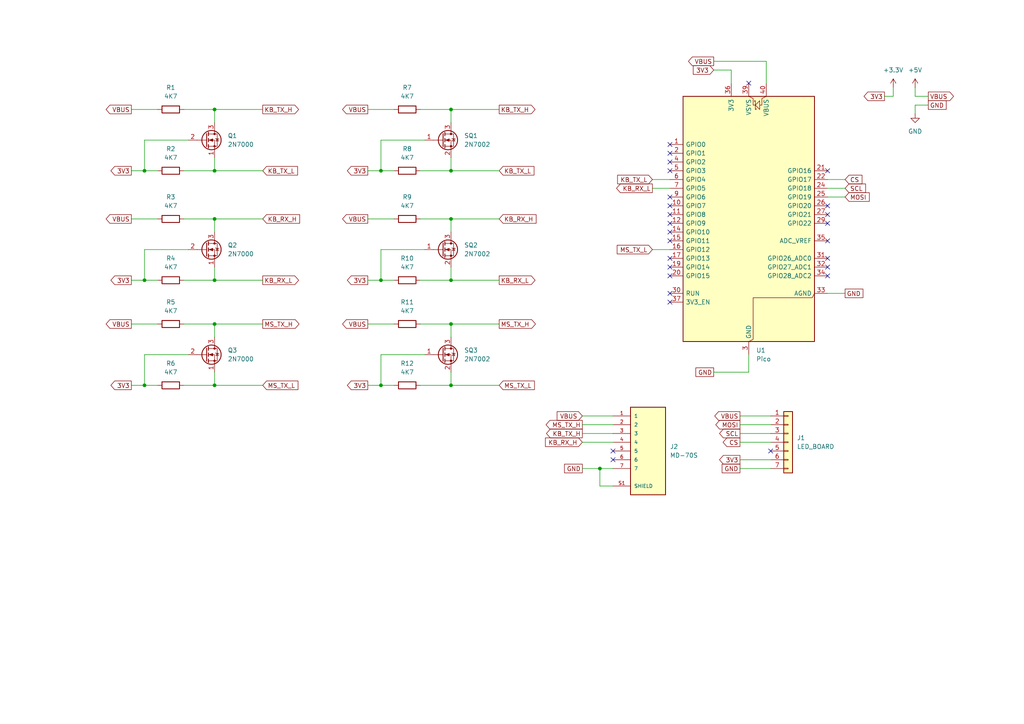
<source format=kicad_sch>
(kicad_sch (version 20250114) (generator "eeschema") (generator_version "9.0")
  (paper "A4")
  (lib_symbols
    (symbol "Library:+3.3V" (power) (pin_numbers (hide yes)) (pin_names (offset 0) (hide yes))
      (property "Value" "+3.3V" (at 0 3.556 0))
      (symbol "+3.3V_0_1"
        (polyline (pts (xy -0.762 1.27) (xy 0 2.54)))
        (polyline (pts (xy 0 2.54) (xy 0.762 1.27)))
        (polyline (pts (xy 0 0) (xy 0 2.54)))
      )
      (symbol "+3.3V_1_1"
        (pin power_in line (at 0 0 90) (length 0) (name "~") (number "1"))
      )
    )
    (symbol "Library:+5V" (power) (pin_numbers (hide yes)) (pin_names (offset 0) (hide yes))
      (property "Value" "+5V" (at 0 3.556 0))
      (symbol "+5V_0_1"
        (polyline (pts (xy -0.762 1.27) (xy 0 2.54)))
        (polyline (pts (xy 0 2.54) (xy 0.762 1.27)))
        (polyline (pts (xy 0 0) (xy 0 2.54)))
      )
      (symbol "+5V_1_1"
        (pin power_in line (at 0 0 90) (length 0) (name "~") (number "1"))
      )
    )
    (symbol "Library:2N7000" (pin_names (hide yes))
      (property "Reference" "Q" (at 5.08 1.905 0))
      (property "Value" "2N7000" (at 5.08 0 0))
      (symbol "2N7000_0_1"
        (polyline (pts (xy 0.254 1.905) (xy 0.254 -1.905)) (stroke (width 0.254)))
        (polyline (pts (xy 0.254 0) (xy -2.54 0)))
        (polyline (pts (xy 0.762 2.286) (xy 0.762 1.27)) (stroke (width 0.254)))
        (polyline (pts (xy 0.762 0.508) (xy 0.762 -0.508)) (stroke (width 0.254)))
        (polyline (pts (xy 0.762 -1.27) (xy 0.762 -2.286)) (stroke (width 0.254)))
        (polyline (pts (xy 0.762 -1.778) (xy 3.302 -1.778) (xy 3.302 1.778) (xy 0.762 1.778)))
        (polyline (pts (xy 1.016 0) (xy 2.032 0.381) (xy 2.032 -0.381) (xy 1.016 0)) (fill (type outline)))
        (circle (center 1.651 0) (radius 2.794) (stroke (width 0.254)))
        (polyline (pts (xy 2.54 2.54) (xy 2.54 1.778)))
        (circle (center 2.54 1.778) (radius 0.254) (fill (type outline)))
        (circle (center 2.54 -1.778) (radius 0.254) (fill (type outline)))
        (polyline (pts (xy 2.54 -2.54) (xy 2.54 0) (xy 0.762 0)))
        (polyline (pts (xy 2.794 0.508) (xy 2.921 0.381) (xy 3.683 0.381) (xy 3.81 0.254)))
        (polyline (pts (xy 3.302 0.381) (xy 2.921 -0.254) (xy 3.683 -0.254) (xy 3.302 0.381)))
      )
      (symbol "2N7000_1_1"
        (pin input line (at -5.08 0 0) (length 2.54) (name "G") (number "2"))
        (pin passive line (at 2.54 5.08 270) (length 2.54) (name "D") (number "3"))
        (pin passive line (at 2.54 -5.08 90) (length 2.54) (name "S") (number "1"))
      )
    )
    (symbol "Library:2N7002" (pin_names (hide yes))
      (property "Reference" "Q" (at 5.08 1.905 0))
      (property "Value" "2N7002" (at 5.08 0 0))
      (symbol "2N7002_0_1"
        (polyline (pts (xy 0.254 1.905) (xy 0.254 -1.905)) (stroke (width 0.254)))
        (polyline (pts (xy 0.254 0) (xy -2.54 0)))
        (polyline (pts (xy 0.762 2.286) (xy 0.762 1.27)) (stroke (width 0.254)))
        (polyline (pts (xy 0.762 0.508) (xy 0.762 -0.508)) (stroke (width 0.254)))
        (polyline (pts (xy 0.762 -1.27) (xy 0.762 -2.286)) (stroke (width 0.254)))
        (polyline (pts (xy 0.762 -1.778) (xy 3.302 -1.778) (xy 3.302 1.778) (xy 0.762 1.778)))
        (polyline (pts (xy 1.016 0) (xy 2.032 0.381) (xy 2.032 -0.381) (xy 1.016 0)) (fill (type outline)))
        (circle (center 1.651 0) (radius 2.794) (stroke (width 0.254)))
        (polyline (pts (xy 2.54 2.54) (xy 2.54 1.778)))
        (circle (center 2.54 1.778) (radius 0.254) (fill (type outline)))
        (circle (center 2.54 -1.778) (radius 0.254) (fill (type outline)))
        (polyline (pts (xy 2.54 -2.54) (xy 2.54 0) (xy 0.762 0)))
        (polyline (pts (xy 2.794 0.508) (xy 2.921 0.381) (xy 3.683 0.381) (xy 3.81 0.254)))
        (polyline (pts (xy 3.302 0.381) (xy 2.921 -0.254) (xy 3.683 -0.254) (xy 3.302 0.381)))
      )
      (symbol "2N7002_1_1"
        (pin input line (at -5.08 0 0) (length 2.54) (name "G") (number "1"))
        (pin passive line (at 2.54 5.08 270) (length 2.54) (name "D") (number "3"))
        (pin passive line (at 2.54 -5.08 90) (length 2.54) (name "S") (number "2"))
      )
    )
    (symbol "Library:Conn_01x07" (pin_names (offset 1.016) (hide yes))
      (property "Reference" "J" (at 0 10.16 0))
      (property "Value" "Conn_01x07" (at 0 -10.16 0))
      (symbol "Conn_01x07_1_1"
        (rectangle (start -1.27 8.89) (end 1.27 -8.89) (stroke (width 0.254)) (fill (type background)))
        (rectangle (start -1.27 7.747) (end 0 7.493) (stroke (width 0.1524)))
        (rectangle (start -1.27 5.207) (end 0 4.953) (stroke (width 0.1524)))
        (rectangle (start -1.27 2.667) (end 0 2.413) (stroke (width 0.1524)))
        (rectangle (start -1.27 0.127) (end 0 -0.127) (stroke (width 0.1524)))
        (rectangle (start -1.27 -2.413) (end 0 -2.667) (stroke (width 0.1524)))
        (rectangle (start -1.27 -4.953) (end 0 -5.207) (stroke (width 0.1524)))
        (rectangle (start -1.27 -7.493) (end 0 -7.747) (stroke (width 0.1524)))
        (pin passive line (at -5.08 7.62 0) (length 3.81) (name "Pin_1") (number "1"))
        (pin passive line (at -5.08 5.08 0) (length 3.81) (name "Pin_2") (number "2"))
        (pin passive line (at -5.08 2.54 0) (length 3.81) (name "Pin_3") (number "3"))
        (pin passive line (at -5.08 0 0) (length 3.81) (name "Pin_4") (number "4"))
        (pin passive line (at -5.08 -2.54 0) (length 3.81) (name "Pin_5") (number "5"))
        (pin passive line (at -5.08 -5.08 0) (length 3.81) (name "Pin_6") (number "6"))
        (pin passive line (at -5.08 -7.62 0) (length 3.81) (name "Pin_7") (number "7"))
      )
    )
    (symbol "Library:GND" (power) (pin_numbers (hide yes)) (pin_names (offset 0) (hide yes))
      (property "Value" "GND" (at 0 -3.81 0))
      (symbol "GND_0_1"
        (polyline (pts (xy 0 0) (xy 0 -1.27) (xy 1.27 -1.27) (xy 0 -2.54) (xy -1.27 -1.27) (xy 0 -1.27)))
      )
      (symbol "GND_1_1"
        (pin power_in line (at 0 0 270) (length 0) (name "~") (number "1"))
      )
    )
    (symbol "Library:MD-70S" (pin_names (offset 1.016))
      (property "Reference" "J" (at -5.08 13.462 0))
      (property "Value" "MD-70S" (at -5.08 -15.24 0))
      (symbol "MD-70S_0_0"
        (rectangle (start -5.08 -12.7) (end 5.08 12.7) (stroke (width 0.254)) (fill (type background)))
        (pin passive line (at -10.16 10.16 0) (length 5.08) (name "1") (number "1"))
        (pin passive line (at -10.16 7.62 0) (length 5.08) (name "2") (number "2"))
        (pin passive line (at -10.16 5.08 0) (length 5.08) (name "3") (number "3"))
        (pin passive line (at -10.16 2.54 0) (length 5.08) (name "4") (number "4"))
        (pin passive line (at -10.16 0 0) (length 5.08) (name "5") (number "5"))
        (pin passive line (at -10.16 -2.54 0) (length 5.08) (name "6") (number "6"))
        (pin passive line (at -10.16 -5.08 0) (length 5.08) (name "7") (number "7"))
        (pin passive line (at -10.16 -10.16 0) (length 5.08) (name "SHIELD") (number "S1"))
      )
    )
    (symbol "Library:R" (pin_numbers (hide yes)) (pin_names (offset 0))
      (property "Reference" "R" (at 2.032 0 90))
      (property "Value" "R" (at 0 0 90))
      (symbol "R_0_1"
        (rectangle (start -1.016 -2.54) (end 1.016 2.54) (stroke (width 0.254)))
      )
      (symbol "R_1_1"
        (pin passive line (at 0 3.81 270) (length 1.27) (name "~") (number "1"))
        (pin passive line (at 0 -3.81 90) (length 1.27) (name "~") (number "2"))
      )
    )
    (symbol "Library:RaspberryPi_Pico" (pin_names (offset 0.762))
      (property "Reference" "A" (at -19.05 38.1 0))
      (property "Value" "RaspberryPi_Pico" (at 7.62 38.1 0))
      (symbol "RaspberryPi_Pico_0_1"
        (rectangle (start -19.05 36.83) (end 19.05 -34.29) (stroke (width 0.254)) (fill (type background)))
        (polyline (pts (xy 0 36.83) (xy 1.27 36.195) (xy 1.27 34.29) (xy 1.905 34.29)))
        (polyline (pts (xy 0 -34.29) (xy 1.27 -33.655) (xy 1.27 -21.59) (xy 18.415 -21.59) (xy 19.05 -20.32)))
        (polyline (pts (xy 1.651 35.306) (xy 1.651 35.56) (xy 1.905 35.56) (xy 1.905 33.02) (xy 2.159 33.02) (xy 2.159 33.274)))
        (polyline (pts (xy 1.905 34.29) (xy 3.175 35.56) (xy 3.175 33.02) (xy 1.905 34.29)))
        (polyline (pts (xy 5.08 36.83) (xy 3.81 36.195) (xy 3.81 34.29) (xy 3.175 34.29)))
      )
      (symbol "RaspberryPi_Pico_1_1"
        (pin bidirectional line (at -22.86 22.86 0) (length 3.81) (name "GPIO0") (number "1"))
        (pin bidirectional line (at -22.86 20.32 0) (length 3.81) (name "GPIO1") (number "2"))
        (pin bidirectional line (at -22.86 17.78 0) (length 3.81) (name "GPIO2") (number "4"))
        (pin bidirectional line (at -22.86 15.24 0) (length 3.81) (name "GPIO3") (number "5"))
        (pin bidirectional line (at -22.86 12.7 0) (length 3.81) (name "GPIO4") (number "6"))
        (pin bidirectional line (at -22.86 10.16 0) (length 3.81) (name "GPIO5") (number "7"))
        (pin bidirectional line (at -22.86 7.62 0) (length 3.81) (name "GPIO6") (number "9"))
        (pin bidirectional line (at -22.86 5.08 0) (length 3.81) (name "GPIO7") (number "10"))
        (pin bidirectional line (at -22.86 2.54 0) (length 3.81) (name "GPIO8") (number "11"))
        (pin bidirectional line (at -22.86 0 0) (length 3.81) (name "GPIO9") (number "12"))
        (pin bidirectional line (at -22.86 -2.54 0) (length 3.81) (name "GPIO10") (number "14"))
        (pin bidirectional line (at -22.86 -5.08 0) (length 3.81) (name "GPIO11") (number "15"))
        (pin bidirectional line (at -22.86 -7.62 0) (length 3.81) (name "GPIO12") (number "16"))
        (pin bidirectional line (at -22.86 -10.16 0) (length 3.81) (name "GPIO13") (number "17"))
        (pin bidirectional line (at -22.86 -12.7 0) (length 3.81) (name "GPIO14") (number "19"))
        (pin bidirectional line (at -22.86 -15.24 0) (length 3.81) (name "GPIO15") (number "20"))
        (pin input line (at -22.86 -20.32 0) (length 3.81) (name "RUN") (number "30"))
        (pin input line (at -22.86 -22.86 0) (length 3.81) (name "3V3_EN") (number "37"))
        (pin power_out line (at -5.08 40.64 270) (length 3.81) (name "3V3") (number "36"))
        (pin power_in line (at 0 40.64 270) (length 3.81) (name "VSYS") (number "39"))
        (pin passive line (at 0 -38.1 90) (length 3.81) (hide yes) (name "GND") (number "13"))
        (pin passive line (at 0 -38.1 90) (length 3.81) (hide yes) (name "GND") (number "18"))
        (pin passive line (at 0 -38.1 90) (length 3.81) (hide yes) (name "GND") (number "23"))
        (pin passive line (at 0 -38.1 90) (length 3.81) (hide yes) (name "GND") (number "28"))
        (pin power_out line (at 0 -38.1 90) (length 3.81) (name "GND") (number "3"))
        (pin passive line (at 0 -38.1 90) (length 3.81) (hide yes) (name "GND") (number "38"))
        (pin passive line (at 0 -38.1 90) (length 3.81) (hide yes) (name "GND") (number "8"))
        (pin power_out line (at 5.08 40.64 270) (length 3.81) (name "VBUS") (number "40"))
        (pin bidirectional line (at 22.86 15.24 180) (length 3.81) (name "GPIO16") (number "21"))
        (pin bidirectional line (at 22.86 12.7 180) (length 3.81) (name "GPIO17") (number "22"))
        (pin bidirectional line (at 22.86 10.16 180) (length 3.81) (name "GPIO18") (number "24"))
        (pin bidirectional line (at 22.86 7.62 180) (length 3.81) (name "GPIO19") (number "25"))
        (pin bidirectional line (at 22.86 5.08 180) (length 3.81) (name "GPIO20") (number "26"))
        (pin bidirectional line (at 22.86 2.54 180) (length 3.81) (name "GPIO21") (number "27"))
        (pin bidirectional line (at 22.86 0 180) (length 3.81) (name "GPIO22") (number "29"))
        (pin power_in line (at 22.86 -5.08 180) (length 3.81) (name "ADC_VREF") (number "35"))
        (pin bidirectional line (at 22.86 -10.16 180) (length 3.81) (name "GPIO26_ADC0") (number "31"))
        (pin bidirectional line (at 22.86 -12.7 180) (length 3.81) (name "GPIO27_ADC1") (number "32"))
        (pin bidirectional line (at 22.86 -15.24 180) (length 3.81) (name "GPIO28_ADC2") (number "34"))
        (pin power_out line (at 22.86 -20.32 180) (length 3.81) (name "AGND") (number "33"))
      )
    )
  )
  (junction (at 110.49 111.76))
  (junction (at 110.49 81.28))
  (junction (at 62.23 31.75))
  (junction (at 130.81 49.53))
  (junction (at 110.49 49.53))
  (junction (at 62.23 63.5))
  (junction (at 130.81 81.28))
  (junction (at 130.81 63.5))
  (junction (at 173.99 135.89))
  (junction (at 62.23 93.98))
  (junction (at 130.81 111.76))
  (junction (at 62.23 81.28))
  (junction (at 41.91 81.28))
  (junction (at 130.81 31.75))
  (junction (at 41.91 111.76))
  (junction (at 130.81 93.98))
  (junction (at 62.23 49.53))
  (junction (at 62.23 111.76))
  (junction (at 41.91 49.53))
  (no_connect (at 194.31 85.09))
  (no_connect (at 194.31 59.69))
  (no_connect (at 217.17 24.13))
  (no_connect (at 240.03 69.85))
  (no_connect (at 177.8 130.81))
  (no_connect (at 194.31 49.53))
  (no_connect (at 223.52 130.81))
  (no_connect (at 194.31 44.45))
  (no_connect (at 240.03 59.69))
  (no_connect (at 194.31 62.23))
  (no_connect (at 240.03 74.93))
  (no_connect (at 194.31 80.01))
  (no_connect (at 194.31 69.85))
  (no_connect (at 194.31 41.91))
  (no_connect (at 177.8 133.35))
  (no_connect (at 240.03 77.47))
  (no_connect (at 194.31 87.63))
  (no_connect (at 194.31 46.99))
  (no_connect (at 194.31 77.47))
  (no_connect (at 240.03 49.53))
  (no_connect (at 194.31 57.15))
  (no_connect (at 194.31 67.31))
  (no_connect (at 240.03 64.77))
  (no_connect (at 240.03 62.23))
  (no_connect (at 194.31 74.93))
  (no_connect (at 240.03 80.01))
  (no_connect (at 194.31 64.77))
  (wire (pts (xy 207.01 17.78) (xy 222.25 17.78)))
  (wire (pts (xy 121.92 49.53) (xy 130.81 49.53)))
  (wire (pts (xy 121.92 31.75) (xy 130.81 31.75)))
  (wire (pts (xy 240.03 54.61) (xy 245.11 54.61)))
  (wire (pts (xy 168.91 125.73) (xy 177.8 125.73)))
  (wire (pts (xy 121.92 93.98) (xy 130.81 93.98)))
  (wire (pts (xy 62.23 81.28) (xy 76.2 81.28)))
  (wire (pts (xy 265.43 30.48) (xy 265.43 33.02)))
  (wire (pts (xy 38.1 49.53) (xy 41.91 49.53)))
  (wire (pts (xy 110.49 111.76) (xy 110.49 102.87)))
  (wire (pts (xy 41.91 111.76) (xy 45.72 111.76)))
  (wire (pts (xy 168.91 120.65) (xy 177.8 120.65)))
  (wire (pts (xy 214.63 120.65) (xy 223.52 120.65)))
  (wire (pts (xy 189.23 72.39) (xy 194.31 72.39)))
  (wire (pts (xy 53.34 49.53) (xy 62.23 49.53)))
  (wire (pts (xy 130.81 45.72) (xy 130.81 49.53)))
  (wire (pts (xy 110.49 111.76) (xy 114.3 111.76)))
  (wire (pts (xy 62.23 93.98) (xy 76.2 93.98)))
  (wire (pts (xy 53.34 31.75) (xy 62.23 31.75)))
  (wire (pts (xy 62.23 77.47) (xy 62.23 81.28)))
  (wire (pts (xy 207.01 20.32) (xy 212.09 20.32)))
  (wire (pts (xy 130.81 81.28) (xy 144.78 81.28)))
  (wire (pts (xy 222.25 17.78) (xy 222.25 24.13)))
  (wire (pts (xy 265.43 27.94) (xy 269.24 27.94)))
  (wire (pts (xy 62.23 63.5) (xy 62.23 67.31)))
  (wire (pts (xy 106.68 81.28) (xy 110.49 81.28)))
  (wire (pts (xy 130.81 77.47) (xy 130.81 81.28)))
  (wire (pts (xy 41.91 49.53) (xy 41.91 40.64)))
  (wire (pts (xy 240.03 85.09) (xy 245.11 85.09)))
  (wire (pts (xy 214.63 128.27) (xy 223.52 128.27)))
  (wire (pts (xy 212.09 20.32) (xy 212.09 24.13)))
  (wire (pts (xy 130.81 93.98) (xy 130.81 97.79)))
  (wire (pts (xy 214.63 125.73) (xy 223.52 125.73)))
  (wire (pts (xy 168.91 128.27) (xy 177.8 128.27)))
  (wire (pts (xy 214.63 135.89) (xy 223.52 135.89)))
  (wire (pts (xy 110.49 49.53) (xy 114.3 49.53)))
  (wire (pts (xy 214.63 133.35) (xy 223.52 133.35)))
  (wire (pts (xy 121.92 81.28) (xy 130.81 81.28)))
  (wire (pts (xy 130.81 31.75) (xy 144.78 31.75)))
  (wire (pts (xy 130.81 93.98) (xy 144.78 93.98)))
  (wire (pts (xy 106.68 93.98) (xy 114.3 93.98)))
  (wire (pts (xy 110.49 49.53) (xy 110.49 40.64)))
  (wire (pts (xy 62.23 45.72) (xy 62.23 49.53)))
  (wire (pts (xy 62.23 107.95) (xy 62.23 111.76)))
  (wire (pts (xy 41.91 81.28) (xy 45.72 81.28)))
  (wire (pts (xy 189.23 52.07) (xy 194.31 52.07)))
  (wire (pts (xy 189.23 54.61) (xy 194.31 54.61)))
  (wire (pts (xy 41.91 102.87) (xy 54.61 102.87)))
  (wire (pts (xy 173.99 135.89) (xy 177.8 135.89)))
  (wire (pts (xy 130.81 63.5) (xy 144.78 63.5)))
  (wire (pts (xy 41.91 81.28) (xy 41.91 72.39)))
  (wire (pts (xy 62.23 31.75) (xy 62.23 35.56)))
  (wire (pts (xy 106.68 31.75) (xy 114.3 31.75)))
  (wire (pts (xy 38.1 111.76) (xy 41.91 111.76)))
  (wire (pts (xy 110.49 81.28) (xy 110.49 72.39)))
  (wire (pts (xy 53.34 93.98) (xy 62.23 93.98)))
  (wire (pts (xy 62.23 31.75) (xy 76.2 31.75)))
  (wire (pts (xy 217.17 107.95) (xy 217.17 102.87)))
  (wire (pts (xy 265.43 25.4) (xy 265.43 27.94)))
  (wire (pts (xy 240.03 57.15) (xy 245.11 57.15)))
  (wire (pts (xy 214.63 123.19) (xy 223.52 123.19)))
  (wire (pts (xy 106.68 63.5) (xy 114.3 63.5)))
  (wire (pts (xy 38.1 81.28) (xy 41.91 81.28)))
  (wire (pts (xy 269.24 30.48) (xy 265.43 30.48)))
  (wire (pts (xy 168.91 135.89) (xy 173.99 135.89)))
  (wire (pts (xy 41.91 49.53) (xy 45.72 49.53)))
  (wire (pts (xy 130.81 63.5) (xy 130.81 67.31)))
  (wire (pts (xy 130.81 49.53) (xy 144.78 49.53)))
  (wire (pts (xy 41.91 72.39) (xy 54.61 72.39)))
  (wire (pts (xy 130.81 31.75) (xy 130.81 35.56)))
  (wire (pts (xy 121.92 63.5) (xy 130.81 63.5)))
  (wire (pts (xy 173.99 135.89) (xy 173.99 140.97)))
  (wire (pts (xy 110.49 102.87) (xy 123.19 102.87)))
  (wire (pts (xy 110.49 40.64) (xy 123.19 40.64)))
  (wire (pts (xy 168.91 123.19) (xy 177.8 123.19)))
  (wire (pts (xy 130.81 107.95) (xy 130.81 111.76)))
  (wire (pts (xy 41.91 40.64) (xy 54.61 40.64)))
  (wire (pts (xy 41.91 111.76) (xy 41.91 102.87)))
  (wire (pts (xy 62.23 93.98) (xy 62.23 97.79)))
  (wire (pts (xy 173.99 140.97) (xy 177.8 140.97)))
  (wire (pts (xy 110.49 81.28) (xy 114.3 81.28)))
  (wire (pts (xy 53.34 81.28) (xy 62.23 81.28)))
  (wire (pts (xy 121.92 111.76) (xy 130.81 111.76)))
  (wire (pts (xy 207.01 107.95) (xy 217.17 107.95)))
  (wire (pts (xy 110.49 72.39) (xy 123.19 72.39)))
  (wire (pts (xy 62.23 111.76) (xy 76.2 111.76)))
  (wire (pts (xy 106.68 111.76) (xy 110.49 111.76)))
  (wire (pts (xy 62.23 63.5) (xy 76.2 63.5)))
  (wire (pts (xy 130.81 111.76) (xy 144.78 111.76)))
  (wire (pts (xy 259.08 27.94) (xy 259.08 25.4)))
  (wire (pts (xy 38.1 63.5) (xy 45.72 63.5)))
  (wire (pts (xy 240.03 52.07) (xy 245.11 52.07)))
  (wire (pts (xy 256.54 27.94) (xy 259.08 27.94)))
  (wire (pts (xy 53.34 63.5) (xy 62.23 63.5)))
  (wire (pts (xy 106.68 49.53) (xy 110.49 49.53)))
  (wire (pts (xy 62.23 49.53) (xy 76.2 49.53)))
  (wire (pts (xy 38.1 93.98) (xy 45.72 93.98)))
  (wire (pts (xy 38.1 31.75) (xy 45.72 31.75)))
  (wire (pts (xy 53.34 111.76) (xy 62.23 111.76)))
  (global_label "VBUS" (shape output) (at 207.01 17.78 180) (property "Intersheetrefs" "${INTERSHEET_REFS}" (effects (hide yes))))
  (global_label "3V3" (shape input) (at 207.01 20.32 180) (property "Intersheetrefs" "${INTERSHEET_REFS}" (effects (hide yes))))
  (global_label "KB_TX_L" (shape input) (at 189.23 52.07 180) (property "Intersheetrefs" "${INTERSHEET_REFS}" (effects (hide yes))))
  (global_label "VBUS" (shape input) (at 168.91 120.65 180) (property "Intersheetrefs" "${INTERSHEET_REFS}" (effects (hide yes))))
  (global_label "KB_TX_L" (shape input) (at 144.78 49.53 0) (property "Intersheetrefs" "${INTERSHEET_REFS}" (effects (hide yes))))
  (global_label "VBUS" (shape output) (at 106.68 31.75 180) (property "Intersheetrefs" "${INTERSHEET_REFS}" (effects (hide yes))))
  (global_label "GND" (shape passive) (at 269.24 30.48 0) (property "Intersheetrefs" "${INTERSHEET_REFS}" (effects (hide yes))))
  (global_label "KB_TX_L" (shape input) (at 76.2 49.53 0) (property "Intersheetrefs" "${INTERSHEET_REFS}" (effects (hide yes))))
  (global_label "GND" (shape passive) (at 214.63 135.89 180) (property "Intersheetrefs" "${INTERSHEET_REFS}" (effects (hide yes))))
  (global_label "GND" (shape passive) (at 168.91 135.89 180) (property "Intersheetrefs" "${INTERSHEET_REFS}" (effects (hide yes))))
  (global_label "SCL" (shape input) (at 245.11 54.61 0) (property "Intersheetrefs" "${INTERSHEET_REFS}" (effects (hide yes))))
  (global_label "VBUS" (shape output) (at 106.68 93.98 180) (property "Intersheetrefs" "${INTERSHEET_REFS}" (effects (hide yes))))
  (global_label "GND" (shape passive) (at 207.01 107.95 180) (property "Intersheetrefs" "${INTERSHEET_REFS}" (effects (hide yes))))
  (global_label "3V3" (shape output) (at 106.68 49.53 180) (property "Intersheetrefs" "${INTERSHEET_REFS}" (effects (hide yes))))
  (global_label "3V3" (shape output) (at 38.1 111.76 180) (property "Intersheetrefs" "${INTERSHEET_REFS}" (effects (hide yes))))
  (global_label "KB_RX_H" (shape input) (at 168.91 128.27 180) (property "Intersheetrefs" "${INTERSHEET_REFS}" (effects (hide yes))))
  (global_label "MS_TX_L" (shape input) (at 144.78 111.76 0) (property "Intersheetrefs" "${INTERSHEET_REFS}" (effects (hide yes))))
  (global_label "KB_RX_H" (shape input) (at 144.78 63.5 0) (property "Intersheetrefs" "${INTERSHEET_REFS}" (effects (hide yes))))
  (global_label "KB_TX_H" (shape output) (at 168.91 125.73 180) (property "Intersheetrefs" "${INTERSHEET_REFS}" (effects (hide yes))))
  (global_label "VBUS" (shape output) (at 214.63 120.65 180) (property "Intersheetrefs" "${INTERSHEET_REFS}" (effects (hide yes))))
  (global_label "KB_RX_L" (shape output) (at 189.23 54.61 180) (property "Intersheetrefs" "${INTERSHEET_REFS}" (effects (hide yes))))
  (global_label "VBUS" (shape output) (at 38.1 93.98 180) (property "Intersheetrefs" "${INTERSHEET_REFS}" (effects (hide yes))))
  (global_label "VBUS" (shape output) (at 269.24 27.94 0) (property "Intersheetrefs" "${INTERSHEET_REFS}" (effects (hide yes))))
  (global_label "KB_TX_H" (shape output) (at 144.78 31.75 0) (property "Intersheetrefs" "${INTERSHEET_REFS}" (effects (hide yes))))
  (global_label "CS" (shape input) (at 245.11 52.07 0) (property "Intersheetrefs" "${INTERSHEET_REFS}" (effects (hide yes))))
  (global_label "3V3" (shape output) (at 106.68 111.76 180) (property "Intersheetrefs" "${INTERSHEET_REFS}" (effects (hide yes))))
  (global_label "KB_TX_H" (shape output) (at 76.2 31.75 0) (property "Intersheetrefs" "${INTERSHEET_REFS}" (effects (hide yes))))
  (global_label "MOSI" (shape input) (at 245.11 57.15 0) (property "Intersheetrefs" "${INTERSHEET_REFS}" (effects (hide yes))))
  (global_label "MS_TX_H" (shape output) (at 76.2 93.98 0) (property "Intersheetrefs" "${INTERSHEET_REFS}" (effects (hide yes))))
  (global_label "KB_RX_L" (shape output) (at 76.2 81.28 0) (property "Intersheetrefs" "${INTERSHEET_REFS}" (effects (hide yes))))
  (global_label "MS_TX_H" (shape output) (at 144.78 93.98 0) (property "Intersheetrefs" "${INTERSHEET_REFS}" (effects (hide yes))))
  (global_label "VBUS" (shape output) (at 106.68 63.5 180) (property "Intersheetrefs" "${INTERSHEET_REFS}" (effects (hide yes))))
  (global_label "KB_RX_L" (shape output) (at 144.78 81.28 0) (property "Intersheetrefs" "${INTERSHEET_REFS}" (effects (hide yes))))
  (global_label "MS_TX_L" (shape input) (at 189.23 72.39 180) (property "Intersheetrefs" "${INTERSHEET_REFS}" (effects (hide yes))))
  (global_label "3V3" (shape output) (at 214.63 133.35 180) (property "Intersheetrefs" "${INTERSHEET_REFS}" (effects (hide yes))))
  (global_label "MS_TX_L" (shape input) (at 76.2 111.76 0) (property "Intersheetrefs" "${INTERSHEET_REFS}" (effects (hide yes))))
  (global_label "MOSI" (shape output) (at 214.63 123.19 180) (property "Intersheetrefs" "${INTERSHEET_REFS}" (effects (hide yes))))
  (global_label "3V3" (shape output) (at 106.68 81.28 180) (property "Intersheetrefs" "${INTERSHEET_REFS}" (effects (hide yes))))
  (global_label "3V3" (shape output) (at 38.1 81.28 180) (property "Intersheetrefs" "${INTERSHEET_REFS}" (effects (hide yes))))
  (global_label "3V3" (shape output) (at 38.1 49.53 180) (property "Intersheetrefs" "${INTERSHEET_REFS}" (effects (hide yes))))
  (global_label "CS" (shape output) (at 214.63 128.27 180) (property "Intersheetrefs" "${INTERSHEET_REFS}" (effects (hide yes))))
  (global_label "KB_RX_H" (shape input) (at 76.2 63.5 0) (property "Intersheetrefs" "${INTERSHEET_REFS}" (effects (hide yes))))
  (global_label "VBUS" (shape output) (at 38.1 63.5 180) (property "Intersheetrefs" "${INTERSHEET_REFS}" (effects (hide yes))))
  (global_label "VBUS" (shape output) (at 38.1 31.75 180) (property "Intersheetrefs" "${INTERSHEET_REFS}" (effects (hide yes))))
  (global_label "MS_TX_H" (shape output) (at 168.91 123.19 180) (property "Intersheetrefs" "${INTERSHEET_REFS}" (effects (hide yes))))
  (global_label "GND" (shape passive) (at 245.11 85.09 0) (property "Intersheetrefs" "${INTERSHEET_REFS}" (effects (hide yes))))
  (global_label "3V3" (shape output) (at 256.54 27.94 180) (property "Intersheetrefs" "${INTERSHEET_REFS}" (effects (hide yes))))
  (global_label "SCL" (shape output) (at 214.63 125.73 180) (property "Intersheetrefs" "${INTERSHEET_REFS}" (effects (hide yes))))
  (symbol (lib_id "Library:+5V") (at 265.43 25.4 0) (unit 1)
    (property "Reference" "#PWR02" (effects (hide yes)))
    (property "Value" "+5V" (at 265.43 20.32 0))
    (property "Description" "Power symbol creates a global label with name \"+5V\"" (effects (hide yes)))
  )
  (symbol (lib_id "Library:2N7002") (at 128.27 102.87 0) (unit 1)
    (property "Reference" "SQ3" (at 134.62 101.5999 0) (effects (justify left)))
    (property "Value" "2N7002" (at 134.62 104.1399 0) (effects (justify left)))
    (property "Footprint" "Package_TO_SOT_SMD:SOT-23" (effects (hide yes)))
    (property "Datasheet" "https://www.onsemi.com/pub/Collateral/NDS7002A-D.PDF" (effects (hide yes)))
  )
  (symbol (lib_id "Library:R") (at 118.11 31.75 90) (unit 1)
    (property "Reference" "R7" (at 118.11 25.4 90))
    (property "Value" "4K7" (at 118.11 27.94 90))
    (property "Footprint" "Resistor_SMD:R_1206_3216Metric_Pad1.30x1.75mm_HandSolder" (effects (hide yes)))
  )
  (symbol (lib_id "Library:R") (at 49.53 111.76 90) (unit 1)
    (property "Reference" "R6" (at 49.53 105.41 90))
    (property "Value" "4K7" (at 49.53 107.95 90))
    (property "Footprint" "Resistor_THT:R_Axial_DIN0309_L9.0mm_D3.2mm_P12.70mm_Horizontal" (effects (hide yes)))
  )
  (symbol (lib_id "Library:R") (at 49.53 63.5 90) (unit 1)
    (property "Reference" "R3" (at 49.53 57.15 90))
    (property "Value" "4K7" (at 49.53 59.69 90))
    (property "Footprint" "Resistor_THT:R_Axial_DIN0309_L9.0mm_D3.2mm_P12.70mm_Horizontal" (effects (hide yes)))
  )
  (symbol (lib_id "Library:2N7000") (at 59.69 72.39 0) (unit 1)
    (property "Reference" "Q2" (at 66.04 71.1199 0) (effects (justify left)))
    (property "Value" "2N7000" (at 66.04 73.6599 0) (effects (justify left)))
    (property "Footprint" "Package_TO_SOT_THT:TO-92L_Inline_Wide" (effects (hide yes)))
    (property "Datasheet" "https://www.vishay.com/docs/70226/70226.pdf" (effects (hide yes)))
  )
  (symbol (lib_id "Library:R") (at 49.53 81.28 90) (unit 1)
    (property "Reference" "R4" (at 49.53 74.93 90))
    (property "Value" "4K7" (at 49.53 77.47 90))
    (property "Footprint" "Resistor_THT:R_Axial_DIN0309_L9.0mm_D3.2mm_P12.70mm_Horizontal" (effects (hide yes)))
  )
  (symbol (lib_id "Library:2N7000") (at 59.69 40.64 0) (unit 1)
    (property "Reference" "Q1" (at 66.04 39.3699 0) (effects (justify left)))
    (property "Value" "2N7000" (at 66.04 41.9099 0) (effects (justify left)))
    (property "Footprint" "Package_TO_SOT_THT:TO-92L_Inline_Wide" (effects (hide yes)))
    (property "Datasheet" "https://www.vishay.com/docs/70226/70226.pdf" (effects (hide yes)))
  )
  (symbol (lib_id "Library:R") (at 118.11 93.98 90) (unit 1)
    (property "Reference" "R11" (at 118.11 87.63 90))
    (property "Value" "4K7" (at 118.11 90.17 90))
    (property "Footprint" "Resistor_SMD:R_1206_3216Metric_Pad1.30x1.75mm_HandSolder" (effects (hide yes)))
  )
  (symbol (lib_id "Library:R") (at 118.11 63.5 90) (unit 1)
    (property "Reference" "R9" (at 118.11 57.15 90))
    (property "Value" "4K7" (at 118.11 59.69 90))
    (property "Footprint" "Resistor_SMD:R_1206_3216Metric_Pad1.30x1.75mm_HandSolder" (effects (hide yes)))
  )
  (symbol (lib_id "Library:2N7000") (at 59.69 102.87 0) (unit 1)
    (property "Reference" "Q3" (at 66.04 101.5999 0) (effects (justify left)))
    (property "Value" "2N7000" (at 66.04 104.1399 0) (effects (justify left)))
    (property "Footprint" "Package_TO_SOT_THT:TO-92L_Inline_Wide" (effects (hide yes)))
    (property "Datasheet" "https://www.vishay.com/docs/70226/70226.pdf" (effects (hide yes)))
  )
  (symbol (lib_id "Library:Conn_01x07") (at 228.6 128.27 0) (unit 1)
    (property "Reference" "J1" (at 231.14 126.9999 0) (effects (justify left)))
    (property "Value" "LED_BOARD" (at 231.14 129.5399 0) (effects (justify left)))
    (property "Footprint" "Connector_PinSocket_2.54mm:PinSocket_1x07_P2.54mm_Vertical" (effects (hide yes)))
  )
  (symbol (lib_id "Library:2N7002") (at 128.27 72.39 0) (unit 1)
    (property "Reference" "SQ2" (at 134.62 71.1199 0) (effects (justify left)))
    (property "Value" "2N7002" (at 134.62 73.6599 0) (effects (justify left)))
    (property "Footprint" "Package_TO_SOT_SMD:SOT-23" (effects (hide yes)))
    (property "Datasheet" "https://www.onsemi.com/pub/Collateral/NDS7002A-D.PDF" (effects (hide yes)))
  )
  (symbol (lib_id "Library:R") (at 118.11 111.76 90) (unit 1)
    (property "Reference" "R12" (at 118.11 105.41 90))
    (property "Value" "4K7" (at 118.11 107.95 90))
    (property "Footprint" "Resistor_SMD:R_1206_3216Metric_Pad1.30x1.75mm_HandSolder" (effects (hide yes)))
  )
  (symbol (lib_id "Library:R") (at 49.53 93.98 90) (unit 1)
    (property "Reference" "R5" (at 49.53 87.63 90))
    (property "Value" "4K7" (at 49.53 90.17 90))
    (property "Footprint" "Resistor_THT:R_Axial_DIN0309_L9.0mm_D3.2mm_P12.70mm_Horizontal" (effects (hide yes)))
  )
  (symbol (lib_id "Library:R") (at 118.11 81.28 90) (unit 1)
    (property "Reference" "R10" (at 118.11 74.93 90))
    (property "Value" "4K7" (at 118.11 77.47 90))
    (property "Footprint" "Resistor_SMD:R_1206_3216Metric_Pad1.30x1.75mm_HandSolder" (effects (hide yes)))
  )
  (symbol (lib_id "Library:2N7002") (at 128.27 40.64 0) (unit 1)
    (property "Reference" "SQ1" (at 134.62 39.3699 0) (effects (justify left)))
    (property "Value" "2N7002" (at 134.62 41.9099 0) (effects (justify left)))
    (property "Footprint" "Package_TO_SOT_SMD:SOT-23" (effects (hide yes)))
    (property "Datasheet" "https://www.onsemi.com/pub/Collateral/NDS7002A-D.PDF" (effects (hide yes)))
  )
  (symbol (lib_id "Library:R") (at 49.53 49.53 90) (unit 1)
    (property "Reference" "R2" (at 49.53 43.18 90))
    (property "Value" "4K7" (at 49.53 45.72 90))
    (property "Footprint" "Resistor_THT:R_Axial_DIN0309_L9.0mm_D3.2mm_P12.70mm_Horizontal" (effects (hide yes)))
  )
  (symbol (lib_id "Library:MD-70S") (at 187.96 130.81 0) (unit 1)
    (property "Reference" "J2" (at 194.31 129.5399 0) (effects (justify left)))
    (property "Value" "MD-70S" (at 194.31 132.0799 0) (effects (justify left)))
    (property "Footprint" "Library:CUI_MD-70S" (effects (hide yes)))
    (property "PARTREV" "02/18/2022" (effects (hide yes)))
    (property "STANDARD" "Manufacturer Recommendations" (effects (hide yes)))
    (property "MAXIMUM_PACKAGE_HEIGHT" "12.8 mm" (effects (hide yes)))
    (property "MANUFACTURER" "CUI" (effects (hide yes)))
  )
  (symbol (lib_id "Library:R") (at 49.53 31.75 90) (unit 1)
    (property "Reference" "R1" (at 49.53 25.4 90))
    (property "Value" "4K7" (at 49.53 27.94 90))
    (property "Footprint" "Resistor_THT:R_Axial_DIN0309_L9.0mm_D3.2mm_P12.70mm_Horizontal" (effects (hide yes)))
  )
  (symbol (lib_id "Library:+3.3V") (at 259.08 25.4 0) (unit 1)
    (property "Reference" "#PWR01" (effects (hide yes)))
    (property "Value" "+3.3V" (at 259.08 20.32 0))
    (property "Description" "Power symbol creates a global label with name \"+3.3V\"" (effects (hide yes)))
  )
  (symbol (lib_id "Library:RaspberryPi_Pico") (at 217.17 64.77 0) (unit 1)
    (property "Reference" "U1" (at 219.3133 101.6 0) (effects (justify left)))
    (property "Value" "Pico" (at 219.3133 104.14 0) (effects (justify left)))
    (property "Footprint" "Module_RaspberryPi_Pico:RaspberryPi_Pico_Common" (effects (hide yes)))
    (property "Datasheet" "https://datasheets.raspberrypi.com/pico/pico-datasheet.pdf" (effects (hide yes)))
    (property "Description" "Versatile and inexpensive microcontroller module powered by RP2040 dual-core Arm Cortex-M0+ processor up to 133 MHz, 264kB SRAM, 2MB QSPI flash" (effects (hide yes)))
  )
  (symbol (lib_id "Library:R") (at 118.11 49.53 90) (unit 1)
    (property "Reference" "R8" (at 118.11 43.18 90))
    (property "Value" "4K7" (at 118.11 45.72 90))
    (property "Footprint" "Resistor_SMD:R_1206_3216Metric_Pad1.30x1.75mm_HandSolder" (effects (hide yes)))
  )
  (symbol (lib_id "Library:GND") (at 265.43 33.02 0) (unit 1)
    (property "Reference" "#PWR03" (effects (hide yes)))
    (property "Value" "GND" (at 265.43 38.1 0))
    (property "Description" "Power symbol creates a global label with name \"GND\" , ground" (effects (hide yes)))
  )
)
</source>
